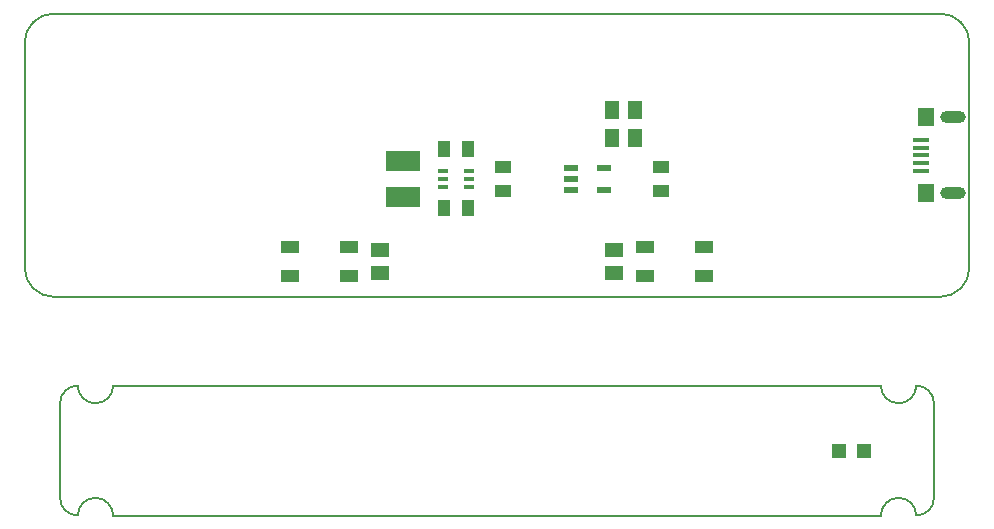
<source format=gtp>
G04 #@! TF.FileFunction,Paste,Top*
%FSLAX46Y46*%
G04 Gerber Fmt 4.6, Leading zero omitted, Abs format (unit mm)*
G04 Created by KiCad (PCBNEW 0.201503050816+5478~22~ubuntu14.10.1-product) date Thursday 12 March 2015 09:39:27 PM IST*
%MOMM*%
G01*
G04 APERTURE LIST*
%ADD10C,0.100000*%
%ADD11C,0.150000*%
%ADD12R,1.066800X1.422400*%
%ADD13R,1.422400X1.066800*%
%ADD14R,1.200000X1.200000*%
%ADD15R,3.000000X1.800000*%
%ADD16R,1.498600X1.300480*%
%ADD17R,1.300480X1.498600*%
%ADD18R,1.500000X1.000000*%
%ADD19R,0.900000X0.400000*%
%ADD20R,1.150000X0.600000*%
%ADD21R,1.350000X0.400000*%
%ADD22R,1.400000X1.600000*%
%ADD23O,2.150000X1.050000*%
G04 APERTURE END LIST*
D10*
D11*
X73500000Y-69500000D02*
X74500000Y-69500000D01*
X73500000Y-62000000D02*
X74500000Y-62000000D01*
X74500000Y-69500000D02*
X106500000Y-69500000D01*
X73500000Y-69500000D02*
X41500000Y-69500000D01*
X111000000Y-79000000D02*
X111000000Y-71000000D01*
X41500000Y-80500000D02*
X106500000Y-80500000D01*
X37000000Y-71000000D02*
X37000000Y-79000000D01*
X109500000Y-80500000D02*
G75*
G03X111000000Y-79000000I0J1500000D01*
G01*
X111000000Y-71000000D02*
G75*
G03X109500000Y-69500000I-1500000J0D01*
G01*
X37000000Y-79000000D02*
G75*
G03X38500000Y-80500000I1500000J0D01*
G01*
X38500000Y-69500000D02*
G75*
G03X37000000Y-71000000I0J-1500000D01*
G01*
X109500000Y-80500000D02*
G75*
G03X108000000Y-79000000I-1500000J0D01*
G01*
X108000000Y-79000000D02*
G75*
G03X106500000Y-80500000I0J-1500000D01*
G01*
X108000000Y-71000000D02*
G75*
G03X109500000Y-69500000I0J1500000D01*
G01*
X106500000Y-69500000D02*
G75*
G03X108000000Y-71000000I1500000J0D01*
G01*
X41500000Y-80500000D02*
G75*
G03X40000000Y-79000000I-1500000J0D01*
G01*
X40000000Y-79000000D02*
G75*
G03X38500000Y-80500000I0J-1500000D01*
G01*
X38500000Y-69500000D02*
G75*
G03X40000000Y-71000000I1500000J0D01*
G01*
X40000000Y-71000000D02*
G75*
G03X41500000Y-69500000I0J1500000D01*
G01*
X111500000Y-38000000D02*
X36500000Y-38000000D01*
X114000000Y-59500000D02*
X114000000Y-40500000D01*
X74500000Y-62000000D02*
X111500000Y-62000000D01*
X36500000Y-62000000D02*
X73500000Y-62000000D01*
X34000000Y-40500000D02*
X34000000Y-59500000D01*
X36500000Y-38000000D02*
G75*
G03X34000000Y-40500000I0J-2500000D01*
G01*
X34000000Y-59500000D02*
G75*
G03X36500000Y-62000000I2500000J0D01*
G01*
X111500000Y-62000000D02*
G75*
G03X114000000Y-59500000I0J2500000D01*
G01*
X114000000Y-40500000D02*
G75*
G03X111500000Y-38000000I-2500000J0D01*
G01*
D12*
X69484000Y-54500000D03*
X71516000Y-54500000D03*
D13*
X87900000Y-53016000D03*
X87900000Y-50984000D03*
D12*
X69484000Y-49500000D03*
X71516000Y-49500000D03*
D13*
X74500000Y-53016000D03*
X74500000Y-50984000D03*
D14*
X102950000Y-75000000D03*
X105050000Y-75000000D03*
D15*
X66000000Y-53500000D03*
X66000000Y-50500000D03*
D16*
X64100000Y-58047500D03*
X64100000Y-59952500D03*
D17*
X85652500Y-46200000D03*
X83747500Y-46200000D03*
X85652500Y-48500000D03*
X83747500Y-48500000D03*
D18*
X91500000Y-57800000D03*
X91500000Y-60200000D03*
X86500000Y-57800000D03*
X86500000Y-60200000D03*
D19*
X71600000Y-52650000D03*
X71600000Y-51350000D03*
X71600000Y-52000000D03*
X69400000Y-51350000D03*
X69400000Y-52000000D03*
X69400000Y-52650000D03*
D16*
X83900000Y-58047500D03*
X83900000Y-59952500D03*
D18*
X61500000Y-57800000D03*
X61500000Y-60200000D03*
X56500000Y-57800000D03*
X56500000Y-60200000D03*
D20*
X80300000Y-51050000D03*
X80300000Y-52950000D03*
X80300000Y-52000000D03*
X83100000Y-52950000D03*
X83100000Y-51050000D03*
D21*
X109900000Y-50000000D03*
X109900000Y-49350000D03*
X109900000Y-48700000D03*
X109900000Y-50650000D03*
X109900000Y-51300000D03*
D22*
X110325000Y-53200000D03*
X110325000Y-46800000D03*
D23*
X112575000Y-53225000D03*
X112575000Y-46775000D03*
M02*

</source>
